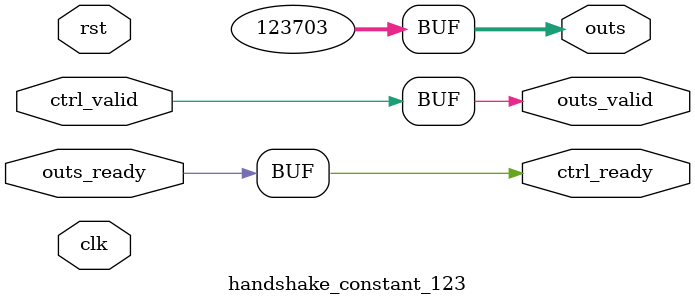
<source format=v>
`timescale 1ns / 1ps
module handshake_constant_123 #(
  parameter DATA_WIDTH = 32  // Default set to 32 bits
) (
  input                       clk,
  input                       rst,
  // Input Channel
  input                       ctrl_valid,
  output                      ctrl_ready,
  // Output Channel
  output [DATA_WIDTH - 1 : 0] outs,
  output                      outs_valid,
  input                       outs_ready
);
  assign outs       = 17'b11110001100110111;
  assign outs_valid = ctrl_valid;
  assign ctrl_ready = outs_ready;

endmodule

</source>
